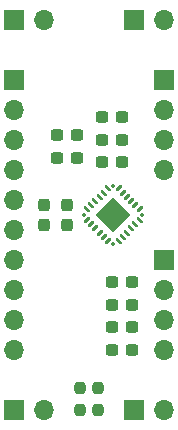
<source format=gbr>
%TF.GenerationSoftware,KiCad,Pcbnew,7.0.2*%
%TF.CreationDate,2024-12-12T08:46:51-06:00*%
%TF.ProjectId,om_ADC,6f6d5f41-4443-42e6-9b69-6361645f7063,rev?*%
%TF.SameCoordinates,Original*%
%TF.FileFunction,Soldermask,Top*%
%TF.FilePolarity,Negative*%
%FSLAX46Y46*%
G04 Gerber Fmt 4.6, Leading zero omitted, Abs format (unit mm)*
G04 Created by KiCad (PCBNEW 7.0.2) date 2024-12-12 08:46:51*
%MOMM*%
%LPD*%
G01*
G04 APERTURE LIST*
G04 Aperture macros list*
%AMRoundRect*
0 Rectangle with rounded corners*
0 $1 Rounding radius*
0 $2 $3 $4 $5 $6 $7 $8 $9 X,Y pos of 4 corners*
0 Add a 4 corners polygon primitive as box body*
4,1,4,$2,$3,$4,$5,$6,$7,$8,$9,$2,$3,0*
0 Add four circle primitives for the rounded corners*
1,1,$1+$1,$2,$3*
1,1,$1+$1,$4,$5*
1,1,$1+$1,$6,$7*
1,1,$1+$1,$8,$9*
0 Add four rect primitives between the rounded corners*
20,1,$1+$1,$2,$3,$4,$5,0*
20,1,$1+$1,$4,$5,$6,$7,0*
20,1,$1+$1,$6,$7,$8,$9,0*
20,1,$1+$1,$8,$9,$2,$3,0*%
G04 Aperture macros list end*
%ADD10RoundRect,0.237500X0.300000X0.237500X-0.300000X0.237500X-0.300000X-0.237500X0.300000X-0.237500X0*%
%ADD11RoundRect,0.237500X-0.237500X0.300000X-0.237500X-0.300000X0.237500X-0.300000X0.237500X0.300000X0*%
%ADD12R,1.700000X1.700000*%
%ADD13O,1.700000X1.700000*%
%ADD14RoundRect,0.237500X-0.300000X-0.237500X0.300000X-0.237500X0.300000X0.237500X-0.300000X0.237500X0*%
%ADD15RoundRect,0.237500X-0.237500X0.250000X-0.237500X-0.250000X0.237500X-0.250000X0.237500X0.250000X0*%
%ADD16C,0.500000*%
%ADD17RoundRect,0.050000X-1.414214X0.000000X0.000000X-1.414214X1.414214X0.000000X0.000000X1.414214X0*%
%ADD18RoundRect,0.050000X-0.226274X0.127279X0.127279X-0.226274X0.226274X-0.127279X-0.127279X0.226274X0*%
%ADD19RoundRect,0.050000X-0.127279X-0.226274X0.226274X0.127279X0.127279X0.226274X-0.226274X-0.127279X0*%
%ADD20RoundRect,0.050000X-0.106066X0.000000X0.000000X-0.106066X0.106066X0.000000X0.000000X0.106066X0*%
G04 APERTURE END LIST*
D10*
%TO.C,C3*%
X87857500Y-33655000D03*
X86132500Y-33655000D03*
%TD*%
D11*
%TO.C,C2*%
X81280000Y-41047500D03*
X81280000Y-42772500D03*
%TD*%
D10*
%TO.C,C6*%
X87857500Y-37465000D03*
X86132500Y-37465000D03*
%TD*%
%TO.C,C8*%
X88746500Y-53340000D03*
X87021500Y-53340000D03*
%TD*%
D12*
%TO.C,J5*%
X78740000Y-25400000D03*
D13*
X81280000Y-25400000D03*
%TD*%
D12*
%TO.C,J6*%
X88900000Y-58420000D03*
D13*
X91440000Y-58420000D03*
%TD*%
D12*
%TO.C,J7*%
X88900000Y-25400000D03*
D13*
X91440000Y-25400000D03*
%TD*%
D10*
%TO.C,C10*%
X88746500Y-49530000D03*
X87021500Y-49530000D03*
%TD*%
%TO.C,C7*%
X87857500Y-35560000D03*
X86132500Y-35560000D03*
%TD*%
D11*
%TO.C,C1*%
X83185000Y-41047500D03*
X83185000Y-42772500D03*
%TD*%
D10*
%TO.C,C9*%
X88746500Y-51435000D03*
X87021500Y-51435000D03*
%TD*%
D14*
%TO.C,C5*%
X82322500Y-37084000D03*
X84047500Y-37084000D03*
%TD*%
%TO.C,C4*%
X82322500Y-35179000D03*
X84047500Y-35179000D03*
%TD*%
D12*
%TO.C,J1*%
X91440000Y-30480000D03*
D13*
X91440000Y-33020000D03*
X91440000Y-35560000D03*
X91440000Y-38100000D03*
%TD*%
D12*
%TO.C,J2*%
X91440000Y-45720000D03*
D13*
X91440000Y-48260000D03*
X91440000Y-50800000D03*
X91440000Y-53340000D03*
%TD*%
D15*
%TO.C,R1*%
X85852000Y-56595000D03*
X85852000Y-58420000D03*
%TD*%
D10*
%TO.C,C11*%
X88746500Y-47625000D03*
X87021500Y-47625000D03*
%TD*%
D16*
%TO.C,U1*%
X87687685Y-41344315D03*
X87122000Y-41910000D03*
D17*
X87122000Y-41910000D03*
D16*
X87687685Y-42475685D03*
D18*
X86662381Y-39682614D03*
X86308827Y-40036167D03*
X85955274Y-40389720D03*
X85601720Y-40743274D03*
X85248167Y-41096827D03*
X84894614Y-41450381D03*
D19*
X84894614Y-42369619D03*
X85248167Y-42723173D03*
X85601720Y-43076726D03*
X85955274Y-43430280D03*
X86308827Y-43783833D03*
X86662381Y-44137386D03*
D18*
X87581619Y-44137386D03*
X87935173Y-43783833D03*
X88288726Y-43430280D03*
X88642280Y-43076726D03*
X88995833Y-42723173D03*
X89349386Y-42369619D03*
D19*
X89349386Y-41450381D03*
X88995833Y-41096827D03*
X88642280Y-40743274D03*
X88288726Y-40389720D03*
X87935173Y-40036167D03*
X87581619Y-39682614D03*
D20*
X87122000Y-39470482D03*
X84682482Y-41910000D03*
X87122000Y-44349518D03*
X89561518Y-41910000D03*
%TD*%
D15*
%TO.C,R2*%
X84328000Y-56595000D03*
X84328000Y-58420000D03*
%TD*%
D12*
%TO.C,J4*%
X78740000Y-58420000D03*
D13*
X81280000Y-58420000D03*
%TD*%
D12*
%TO.C,J3*%
X78740000Y-30480000D03*
D13*
X78740000Y-33020000D03*
X78740000Y-35560000D03*
X78740000Y-38100000D03*
X78740000Y-40640000D03*
X78740000Y-43180000D03*
X78740000Y-45720000D03*
X78740000Y-48260000D03*
X78740000Y-50800000D03*
X78740000Y-53340000D03*
%TD*%
M02*

</source>
